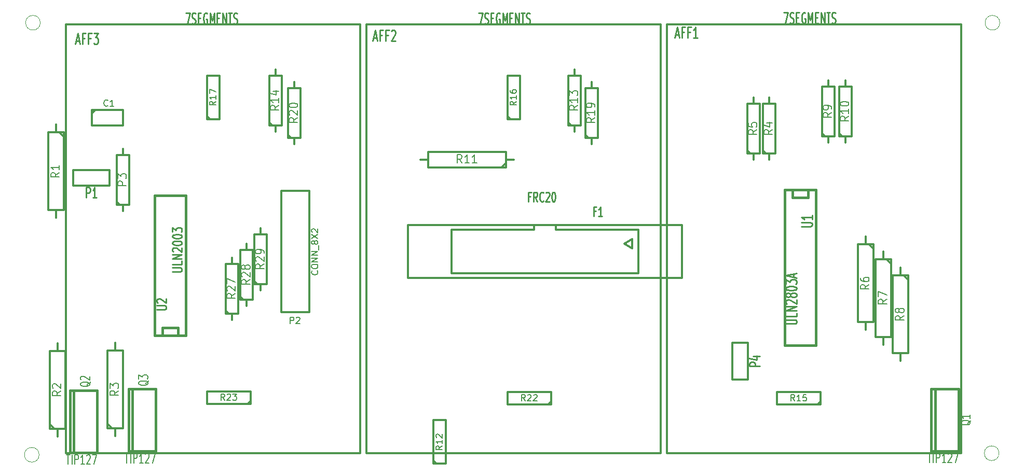
<source format=gto>
G04 (created by PCBNEW (2013-07-07 BZR 4022)-stable) date 09-Jan-14 2:58:25 PM*
%MOIN*%
G04 Gerber Fmt 3.4, Leading zero omitted, Abs format*
%FSLAX34Y34*%
G01*
G70*
G90*
G04 APERTURE LIST*
%ADD10C,0.00590551*%
%ADD11C,0.012*%
%ADD12C,0.015*%
%ADD13C,0.000393701*%
%ADD14C,0.01125*%
%ADD15C,0.01*%
%ADD16C,0.008*%
%ADD17C,0.0107*%
G04 APERTURE END LIST*
G54D10*
G54D11*
X58444Y-40420D02*
X58444Y-67979D01*
X77342Y-40420D02*
X77342Y-67979D01*
X58444Y-40420D02*
X77342Y-40420D01*
X77342Y-67979D02*
X58444Y-67979D01*
X74064Y-58921D02*
X72264Y-58921D01*
X72264Y-58921D02*
X72264Y-51121D01*
X72264Y-51121D02*
X74064Y-51121D01*
X74064Y-51121D02*
X74064Y-58921D01*
X60120Y-45900D02*
X62100Y-45900D01*
X62100Y-45900D02*
X62100Y-46900D01*
X62100Y-46900D02*
X60100Y-46900D01*
X60100Y-46900D02*
X60100Y-45900D01*
X60100Y-46150D02*
X60350Y-45900D01*
X97047Y-40420D02*
X97047Y-67979D01*
X115944Y-40420D02*
X115944Y-67979D01*
X97047Y-40420D02*
X115944Y-40420D01*
X115944Y-67979D02*
X97047Y-67979D01*
X77736Y-40420D02*
X77736Y-67979D01*
X96633Y-40420D02*
X96633Y-67979D01*
X77736Y-40420D02*
X96633Y-40420D01*
X96633Y-67979D02*
X77736Y-67979D01*
X111450Y-55500D02*
X111450Y-60500D01*
X111450Y-60500D02*
X110450Y-60500D01*
X110450Y-60500D02*
X110450Y-55500D01*
X110950Y-60500D02*
X110950Y-61000D01*
X110950Y-55000D02*
X110950Y-55500D01*
X111150Y-55500D02*
X111450Y-55800D01*
X111450Y-55500D02*
X110450Y-55500D01*
X110300Y-54550D02*
X110300Y-59550D01*
X110300Y-59550D02*
X109300Y-59550D01*
X109300Y-59550D02*
X109300Y-54550D01*
X109800Y-59550D02*
X109800Y-60050D01*
X109800Y-54050D02*
X109800Y-54550D01*
X110000Y-54550D02*
X110300Y-54850D01*
X110300Y-54550D02*
X109300Y-54550D01*
X112550Y-56550D02*
X112550Y-61550D01*
X112550Y-61550D02*
X111550Y-61550D01*
X111550Y-61550D02*
X111550Y-56550D01*
X112050Y-61550D02*
X112050Y-62050D01*
X112050Y-56050D02*
X112050Y-56550D01*
X112250Y-56550D02*
X112550Y-56850D01*
X112550Y-56550D02*
X111550Y-56550D01*
X61100Y-66375D02*
X61100Y-61375D01*
X61100Y-61375D02*
X62100Y-61375D01*
X62100Y-61375D02*
X62100Y-66375D01*
X61600Y-61375D02*
X61600Y-60875D01*
X61600Y-66875D02*
X61600Y-66375D01*
X61400Y-66375D02*
X61100Y-66075D01*
X61100Y-66375D02*
X62100Y-66375D01*
X57400Y-66400D02*
X57400Y-61400D01*
X57400Y-61400D02*
X58400Y-61400D01*
X58400Y-61400D02*
X58400Y-66400D01*
X57900Y-61400D02*
X57900Y-60900D01*
X57900Y-66900D02*
X57900Y-66400D01*
X57700Y-66400D02*
X57400Y-66100D01*
X57400Y-66400D02*
X58400Y-66400D01*
X58300Y-47350D02*
X58300Y-52350D01*
X58300Y-52350D02*
X57300Y-52350D01*
X57300Y-52350D02*
X57300Y-47350D01*
X57800Y-52350D02*
X57800Y-52850D01*
X57800Y-46850D02*
X57800Y-47350D01*
X58000Y-47350D02*
X58300Y-47650D01*
X58300Y-47350D02*
X57300Y-47350D01*
X86700Y-49600D02*
X81700Y-49600D01*
X81700Y-49600D02*
X81700Y-48600D01*
X81700Y-48600D02*
X86700Y-48600D01*
X81700Y-49100D02*
X81200Y-49100D01*
X87200Y-49100D02*
X86700Y-49100D01*
X86700Y-49300D02*
X86400Y-49600D01*
X86700Y-49600D02*
X86700Y-48600D01*
X62100Y-52400D02*
X62100Y-52000D01*
X62100Y-52000D02*
X61700Y-52000D01*
X61700Y-52000D02*
X61700Y-48800D01*
X61700Y-48800D02*
X62500Y-48800D01*
X62500Y-48800D02*
X62500Y-52000D01*
X62500Y-52000D02*
X62100Y-52000D01*
X61900Y-52000D02*
X61700Y-51800D01*
X62100Y-48400D02*
X62100Y-48800D01*
X69100Y-59400D02*
X69100Y-59000D01*
X69100Y-59000D02*
X68700Y-59000D01*
X68700Y-59000D02*
X68700Y-55800D01*
X68700Y-55800D02*
X69500Y-55800D01*
X69500Y-55800D02*
X69500Y-59000D01*
X69500Y-59000D02*
X69100Y-59000D01*
X68900Y-59000D02*
X68700Y-58800D01*
X69100Y-55400D02*
X69100Y-55800D01*
X70050Y-58500D02*
X70050Y-58100D01*
X70050Y-58100D02*
X69650Y-58100D01*
X69650Y-58100D02*
X69650Y-54900D01*
X69650Y-54900D02*
X70450Y-54900D01*
X70450Y-54900D02*
X70450Y-58100D01*
X70450Y-58100D02*
X70050Y-58100D01*
X69850Y-58100D02*
X69650Y-57900D01*
X70050Y-54500D02*
X70050Y-54900D01*
X70950Y-57500D02*
X70950Y-57100D01*
X70950Y-57100D02*
X70550Y-57100D01*
X70550Y-57100D02*
X70550Y-53900D01*
X70550Y-53900D02*
X71350Y-53900D01*
X71350Y-53900D02*
X71350Y-57100D01*
X71350Y-57100D02*
X70950Y-57100D01*
X70750Y-57100D02*
X70550Y-56900D01*
X70950Y-53500D02*
X70950Y-53900D01*
X70300Y-64800D02*
X67500Y-64800D01*
X67500Y-64800D02*
X67500Y-64000D01*
X67500Y-64000D02*
X70300Y-64000D01*
X70300Y-64000D02*
X70300Y-64800D01*
X70300Y-64600D02*
X70100Y-64800D01*
X101250Y-60868D02*
X102250Y-60868D01*
X102250Y-60868D02*
X102250Y-63231D01*
X102250Y-63231D02*
X101250Y-63231D01*
X101250Y-63231D02*
X101250Y-60868D01*
X61256Y-49775D02*
X61256Y-50775D01*
X61256Y-50775D02*
X58893Y-50775D01*
X58893Y-50775D02*
X58893Y-49775D01*
X58893Y-49775D02*
X61256Y-49775D01*
X89900Y-53300D02*
X89900Y-53600D01*
X89900Y-53600D02*
X95200Y-53600D01*
X95200Y-53600D02*
X95200Y-56400D01*
X95200Y-56400D02*
X83200Y-56400D01*
X83200Y-56400D02*
X83200Y-53600D01*
X83200Y-53600D02*
X88500Y-53600D01*
X88500Y-53600D02*
X88500Y-53300D01*
X94300Y-54500D02*
X94800Y-54800D01*
X94800Y-54800D02*
X94800Y-54200D01*
X94800Y-54200D02*
X94300Y-54500D01*
X98000Y-56700D02*
X98000Y-53300D01*
X98000Y-53300D02*
X80400Y-53300D01*
X80400Y-53300D02*
X80400Y-56700D01*
X80400Y-56700D02*
X98000Y-56700D01*
X107400Y-48000D02*
X107400Y-47600D01*
X107400Y-47600D02*
X107000Y-47600D01*
X107000Y-47600D02*
X107000Y-44400D01*
X107000Y-44400D02*
X107800Y-44400D01*
X107800Y-44400D02*
X107800Y-47600D01*
X107800Y-47600D02*
X107400Y-47600D01*
X107200Y-47600D02*
X107000Y-47400D01*
X107400Y-44000D02*
X107400Y-44400D01*
X103600Y-49100D02*
X103600Y-48700D01*
X103600Y-48700D02*
X103200Y-48700D01*
X103200Y-48700D02*
X103200Y-45500D01*
X103200Y-45500D02*
X104000Y-45500D01*
X104000Y-45500D02*
X104000Y-48700D01*
X104000Y-48700D02*
X103600Y-48700D01*
X103400Y-48700D02*
X103200Y-48500D01*
X103600Y-45100D02*
X103600Y-45500D01*
X102600Y-49100D02*
X102600Y-48700D01*
X102600Y-48700D02*
X102200Y-48700D01*
X102200Y-48700D02*
X102200Y-45500D01*
X102200Y-45500D02*
X103000Y-45500D01*
X103000Y-45500D02*
X103000Y-48700D01*
X103000Y-48700D02*
X102600Y-48700D01*
X102400Y-48700D02*
X102200Y-48500D01*
X102600Y-45100D02*
X102600Y-45500D01*
X108500Y-48000D02*
X108500Y-47600D01*
X108500Y-47600D02*
X108100Y-47600D01*
X108100Y-47600D02*
X108100Y-44400D01*
X108100Y-44400D02*
X108900Y-44400D01*
X108900Y-44400D02*
X108900Y-47600D01*
X108900Y-47600D02*
X108500Y-47600D01*
X108300Y-47600D02*
X108100Y-47400D01*
X108500Y-44000D02*
X108500Y-44400D01*
X91100Y-47300D02*
X91100Y-46900D01*
X91100Y-46900D02*
X90700Y-46900D01*
X90700Y-46900D02*
X90700Y-43700D01*
X90700Y-43700D02*
X91500Y-43700D01*
X91500Y-43700D02*
X91500Y-46900D01*
X91500Y-46900D02*
X91100Y-46900D01*
X90900Y-46900D02*
X90700Y-46700D01*
X91100Y-43300D02*
X91100Y-43700D01*
X71900Y-47300D02*
X71900Y-46900D01*
X71900Y-46900D02*
X71500Y-46900D01*
X71500Y-46900D02*
X71500Y-43700D01*
X71500Y-43700D02*
X72300Y-43700D01*
X72300Y-43700D02*
X72300Y-46900D01*
X72300Y-46900D02*
X71900Y-46900D01*
X71700Y-46900D02*
X71500Y-46700D01*
X71900Y-43300D02*
X71900Y-43700D01*
X86800Y-46500D02*
X86800Y-43700D01*
X86800Y-43700D02*
X87600Y-43700D01*
X87600Y-43700D02*
X87600Y-46500D01*
X87600Y-46500D02*
X86800Y-46500D01*
X87000Y-46500D02*
X86800Y-46300D01*
X67500Y-46500D02*
X67500Y-43700D01*
X67500Y-43700D02*
X68300Y-43700D01*
X68300Y-43700D02*
X68300Y-46500D01*
X68300Y-46500D02*
X67500Y-46500D01*
X67700Y-46500D02*
X67500Y-46300D01*
X92200Y-48100D02*
X92200Y-47700D01*
X92200Y-47700D02*
X91800Y-47700D01*
X91800Y-47700D02*
X91800Y-44500D01*
X91800Y-44500D02*
X92600Y-44500D01*
X92600Y-44500D02*
X92600Y-47700D01*
X92600Y-47700D02*
X92200Y-47700D01*
X92000Y-47700D02*
X91800Y-47500D01*
X92200Y-44100D02*
X92200Y-44500D01*
X73100Y-48100D02*
X73100Y-47700D01*
X73100Y-47700D02*
X72700Y-47700D01*
X72700Y-47700D02*
X72700Y-44500D01*
X72700Y-44500D02*
X73500Y-44500D01*
X73500Y-44500D02*
X73500Y-47700D01*
X73500Y-47700D02*
X73100Y-47700D01*
X72900Y-47700D02*
X72700Y-47500D01*
X73100Y-44100D02*
X73100Y-44500D01*
G54D12*
X106100Y-51050D02*
X106100Y-51550D01*
X106100Y-51550D02*
X105100Y-51550D01*
X105100Y-51550D02*
X105100Y-51050D01*
X106600Y-51050D02*
X106600Y-61050D01*
X106600Y-61050D02*
X104600Y-61050D01*
X104600Y-61050D02*
X104600Y-51050D01*
X104600Y-51050D02*
X106600Y-51050D01*
X64650Y-60400D02*
X64650Y-60400D01*
X64650Y-60400D02*
X64650Y-59900D01*
X64650Y-59900D02*
X65650Y-59900D01*
X65650Y-59900D02*
X65650Y-60400D01*
X64150Y-60400D02*
X64150Y-51400D01*
X64150Y-51400D02*
X66150Y-51400D01*
X66150Y-51400D02*
X66150Y-60400D01*
X66150Y-60400D02*
X64150Y-60400D01*
X114275Y-67825D02*
X114025Y-67825D01*
X114025Y-67825D02*
X114025Y-63825D01*
X114025Y-63825D02*
X114275Y-63825D01*
X115775Y-67825D02*
X114275Y-67825D01*
X114275Y-67825D02*
X114275Y-63825D01*
X114275Y-63825D02*
X115775Y-63825D01*
X115775Y-63825D02*
X115775Y-67825D01*
X58950Y-67925D02*
X58700Y-67925D01*
X58700Y-67925D02*
X58700Y-63925D01*
X58700Y-63925D02*
X58950Y-63925D01*
X60450Y-67925D02*
X58950Y-67925D01*
X58950Y-67925D02*
X58950Y-63925D01*
X58950Y-63925D02*
X60450Y-63925D01*
X60450Y-63925D02*
X60450Y-67925D01*
X62725Y-67850D02*
X62475Y-67850D01*
X62475Y-67850D02*
X62475Y-63850D01*
X62475Y-63850D02*
X62725Y-63850D01*
X64225Y-67850D02*
X62725Y-67850D01*
X62725Y-67850D02*
X62725Y-63850D01*
X62725Y-63850D02*
X64225Y-63850D01*
X64225Y-63850D02*
X64225Y-67850D01*
G54D11*
X82050Y-68650D02*
X82050Y-65850D01*
X82050Y-65850D02*
X82850Y-65850D01*
X82850Y-65850D02*
X82850Y-68650D01*
X82850Y-68650D02*
X82050Y-68650D01*
X82250Y-68650D02*
X82050Y-68450D01*
X89600Y-64850D02*
X86800Y-64850D01*
X86800Y-64850D02*
X86800Y-64050D01*
X86800Y-64050D02*
X89600Y-64050D01*
X89600Y-64050D02*
X89600Y-64850D01*
X89600Y-64650D02*
X89400Y-64850D01*
X106900Y-64850D02*
X104100Y-64850D01*
X104100Y-64850D02*
X104100Y-64050D01*
X104100Y-64050D02*
X106900Y-64050D01*
X106900Y-64050D02*
X106900Y-64850D01*
X106900Y-64650D02*
X106700Y-64850D01*
G54D13*
X118422Y-40300D02*
G75*
G03X118422Y-40300I-472J0D01*
G74*
G01*
X118372Y-67975D02*
G75*
G03X118372Y-67975I-472J0D01*
G74*
G01*
X56722Y-68075D02*
G75*
G03X56722Y-68075I-472J0D01*
G74*
G01*
X56797Y-40300D02*
G75*
G03X56797Y-40300I-472J0D01*
G74*
G01*
G54D14*
X59092Y-41483D02*
X59307Y-41483D01*
X59050Y-41683D02*
X59200Y-40983D01*
X59350Y-41683D01*
X59650Y-41316D02*
X59500Y-41316D01*
X59500Y-41683D02*
X59500Y-40983D01*
X59714Y-40983D01*
X60035Y-41316D02*
X59885Y-41316D01*
X59885Y-41683D02*
X59885Y-40983D01*
X60100Y-40983D01*
X60228Y-40983D02*
X60507Y-40983D01*
X60357Y-41250D01*
X60421Y-41250D01*
X60464Y-41283D01*
X60485Y-41316D01*
X60507Y-41383D01*
X60507Y-41550D01*
X60485Y-41616D01*
X60464Y-41650D01*
X60421Y-41683D01*
X60292Y-41683D01*
X60250Y-41650D01*
X60228Y-41616D01*
G54D15*
X66133Y-39683D02*
X66400Y-39683D01*
X66228Y-40383D01*
X66533Y-40350D02*
X66590Y-40383D01*
X66685Y-40383D01*
X66723Y-40350D01*
X66742Y-40316D01*
X66761Y-40250D01*
X66761Y-40183D01*
X66742Y-40116D01*
X66723Y-40083D01*
X66685Y-40050D01*
X66609Y-40016D01*
X66571Y-39983D01*
X66552Y-39950D01*
X66533Y-39883D01*
X66533Y-39816D01*
X66552Y-39750D01*
X66571Y-39716D01*
X66609Y-39683D01*
X66704Y-39683D01*
X66761Y-39716D01*
X66933Y-40016D02*
X67066Y-40016D01*
X67123Y-40383D02*
X66933Y-40383D01*
X66933Y-39683D01*
X67123Y-39683D01*
X67504Y-39716D02*
X67466Y-39683D01*
X67409Y-39683D01*
X67352Y-39716D01*
X67314Y-39783D01*
X67295Y-39850D01*
X67276Y-39983D01*
X67276Y-40083D01*
X67295Y-40216D01*
X67314Y-40283D01*
X67352Y-40350D01*
X67409Y-40383D01*
X67447Y-40383D01*
X67504Y-40350D01*
X67523Y-40316D01*
X67523Y-40083D01*
X67447Y-40083D01*
X67695Y-40383D02*
X67695Y-39683D01*
X67828Y-40183D01*
X67961Y-39683D01*
X67961Y-40383D01*
X68152Y-40016D02*
X68285Y-40016D01*
X68342Y-40383D02*
X68152Y-40383D01*
X68152Y-39683D01*
X68342Y-39683D01*
X68514Y-40383D02*
X68514Y-39683D01*
X68742Y-40383D01*
X68742Y-39683D01*
X68876Y-39683D02*
X69104Y-39683D01*
X68990Y-40383D02*
X68990Y-39683D01*
X69219Y-40350D02*
X69276Y-40383D01*
X69371Y-40383D01*
X69409Y-40350D01*
X69428Y-40316D01*
X69447Y-40250D01*
X69447Y-40183D01*
X69428Y-40116D01*
X69409Y-40083D01*
X69371Y-40050D01*
X69295Y-40016D01*
X69257Y-39983D01*
X69238Y-39950D01*
X69219Y-39883D01*
X69219Y-39816D01*
X69238Y-39750D01*
X69257Y-39716D01*
X69295Y-39683D01*
X69390Y-39683D01*
X69447Y-39716D01*
G54D16*
X72855Y-59634D02*
X72855Y-59234D01*
X73007Y-59234D01*
X73045Y-59253D01*
X73064Y-59272D01*
X73083Y-59310D01*
X73083Y-59367D01*
X73064Y-59405D01*
X73045Y-59424D01*
X73007Y-59443D01*
X72855Y-59443D01*
X73236Y-59272D02*
X73255Y-59253D01*
X73293Y-59234D01*
X73388Y-59234D01*
X73426Y-59253D01*
X73445Y-59272D01*
X73464Y-59310D01*
X73464Y-59348D01*
X73445Y-59405D01*
X73217Y-59634D01*
X73464Y-59634D01*
X74587Y-56250D02*
X74607Y-56269D01*
X74626Y-56326D01*
X74626Y-56364D01*
X74607Y-56421D01*
X74568Y-56459D01*
X74530Y-56478D01*
X74454Y-56497D01*
X74397Y-56497D01*
X74321Y-56478D01*
X74283Y-56459D01*
X74245Y-56421D01*
X74226Y-56364D01*
X74226Y-56326D01*
X74245Y-56269D01*
X74264Y-56250D01*
X74226Y-56002D02*
X74226Y-55926D01*
X74245Y-55888D01*
X74283Y-55850D01*
X74359Y-55831D01*
X74492Y-55831D01*
X74568Y-55850D01*
X74607Y-55888D01*
X74626Y-55926D01*
X74626Y-56002D01*
X74607Y-56040D01*
X74568Y-56078D01*
X74492Y-56097D01*
X74359Y-56097D01*
X74283Y-56078D01*
X74245Y-56040D01*
X74226Y-56002D01*
X74626Y-55659D02*
X74226Y-55659D01*
X74626Y-55431D01*
X74226Y-55431D01*
X74626Y-55240D02*
X74226Y-55240D01*
X74626Y-55012D01*
X74226Y-55012D01*
X74664Y-54916D02*
X74664Y-54612D01*
X74397Y-54459D02*
X74378Y-54497D01*
X74359Y-54516D01*
X74321Y-54535D01*
X74302Y-54535D01*
X74264Y-54516D01*
X74245Y-54497D01*
X74226Y-54459D01*
X74226Y-54383D01*
X74245Y-54345D01*
X74264Y-54326D01*
X74302Y-54307D01*
X74321Y-54307D01*
X74359Y-54326D01*
X74378Y-54345D01*
X74397Y-54383D01*
X74397Y-54459D01*
X74416Y-54497D01*
X74435Y-54516D01*
X74473Y-54535D01*
X74549Y-54535D01*
X74587Y-54516D01*
X74607Y-54497D01*
X74626Y-54459D01*
X74626Y-54383D01*
X74607Y-54345D01*
X74587Y-54326D01*
X74549Y-54307D01*
X74473Y-54307D01*
X74435Y-54326D01*
X74416Y-54345D01*
X74397Y-54383D01*
X74226Y-54174D02*
X74626Y-53907D01*
X74226Y-53907D02*
X74626Y-54174D01*
X74264Y-53774D02*
X74245Y-53754D01*
X74226Y-53716D01*
X74226Y-53621D01*
X74245Y-53583D01*
X74264Y-53564D01*
X74302Y-53545D01*
X74340Y-53545D01*
X74397Y-53564D01*
X74626Y-53793D01*
X74626Y-53545D01*
X61133Y-45623D02*
X61114Y-45642D01*
X61057Y-45661D01*
X61019Y-45661D01*
X60961Y-45642D01*
X60923Y-45604D01*
X60904Y-45566D01*
X60885Y-45490D01*
X60885Y-45433D01*
X60904Y-45357D01*
X60923Y-45319D01*
X60961Y-45280D01*
X61019Y-45261D01*
X61057Y-45261D01*
X61114Y-45280D01*
X61133Y-45300D01*
X61514Y-45661D02*
X61285Y-45661D01*
X61400Y-45661D02*
X61400Y-45261D01*
X61361Y-45319D01*
X61323Y-45357D01*
X61285Y-45376D01*
G54D14*
X97592Y-41083D02*
X97807Y-41083D01*
X97550Y-41283D02*
X97700Y-40583D01*
X97850Y-41283D01*
X98150Y-40916D02*
X98000Y-40916D01*
X98000Y-41283D02*
X98000Y-40583D01*
X98214Y-40583D01*
X98535Y-40916D02*
X98385Y-40916D01*
X98385Y-41283D02*
X98385Y-40583D01*
X98600Y-40583D01*
X99007Y-41283D02*
X98750Y-41283D01*
X98878Y-41283D02*
X98878Y-40583D01*
X98835Y-40683D01*
X98792Y-40750D01*
X98750Y-40783D01*
G54D15*
X104553Y-39623D02*
X104820Y-39623D01*
X104648Y-40323D01*
X104953Y-40290D02*
X105010Y-40323D01*
X105105Y-40323D01*
X105143Y-40290D01*
X105162Y-40256D01*
X105181Y-40190D01*
X105181Y-40123D01*
X105162Y-40056D01*
X105143Y-40023D01*
X105105Y-39990D01*
X105029Y-39956D01*
X104991Y-39923D01*
X104972Y-39890D01*
X104953Y-39823D01*
X104953Y-39756D01*
X104972Y-39690D01*
X104991Y-39656D01*
X105029Y-39623D01*
X105124Y-39623D01*
X105181Y-39656D01*
X105353Y-39956D02*
X105486Y-39956D01*
X105543Y-40323D02*
X105353Y-40323D01*
X105353Y-39623D01*
X105543Y-39623D01*
X105924Y-39656D02*
X105886Y-39623D01*
X105829Y-39623D01*
X105772Y-39656D01*
X105734Y-39723D01*
X105715Y-39790D01*
X105696Y-39923D01*
X105696Y-40023D01*
X105715Y-40156D01*
X105734Y-40223D01*
X105772Y-40290D01*
X105829Y-40323D01*
X105867Y-40323D01*
X105924Y-40290D01*
X105943Y-40256D01*
X105943Y-40023D01*
X105867Y-40023D01*
X106115Y-40323D02*
X106115Y-39623D01*
X106248Y-40123D01*
X106381Y-39623D01*
X106381Y-40323D01*
X106572Y-39956D02*
X106705Y-39956D01*
X106762Y-40323D02*
X106572Y-40323D01*
X106572Y-39623D01*
X106762Y-39623D01*
X106934Y-40323D02*
X106934Y-39623D01*
X107162Y-40323D01*
X107162Y-39623D01*
X107296Y-39623D02*
X107524Y-39623D01*
X107410Y-40323D02*
X107410Y-39623D01*
X107639Y-40290D02*
X107696Y-40323D01*
X107791Y-40323D01*
X107829Y-40290D01*
X107848Y-40256D01*
X107867Y-40190D01*
X107867Y-40123D01*
X107848Y-40056D01*
X107829Y-40023D01*
X107791Y-39990D01*
X107715Y-39956D01*
X107677Y-39923D01*
X107658Y-39890D01*
X107639Y-39823D01*
X107639Y-39756D01*
X107658Y-39690D01*
X107677Y-39656D01*
X107715Y-39623D01*
X107810Y-39623D01*
X107867Y-39656D01*
G54D14*
X78192Y-41283D02*
X78407Y-41283D01*
X78150Y-41483D02*
X78300Y-40783D01*
X78450Y-41483D01*
X78750Y-41116D02*
X78600Y-41116D01*
X78600Y-41483D02*
X78600Y-40783D01*
X78814Y-40783D01*
X79135Y-41116D02*
X78985Y-41116D01*
X78985Y-41483D02*
X78985Y-40783D01*
X79200Y-40783D01*
X79350Y-40850D02*
X79371Y-40816D01*
X79414Y-40783D01*
X79521Y-40783D01*
X79564Y-40816D01*
X79585Y-40850D01*
X79607Y-40916D01*
X79607Y-40983D01*
X79585Y-41083D01*
X79328Y-41483D01*
X79607Y-41483D01*
G54D15*
X84933Y-39683D02*
X85200Y-39683D01*
X85028Y-40383D01*
X85333Y-40350D02*
X85390Y-40383D01*
X85485Y-40383D01*
X85523Y-40350D01*
X85542Y-40316D01*
X85561Y-40250D01*
X85561Y-40183D01*
X85542Y-40116D01*
X85523Y-40083D01*
X85485Y-40050D01*
X85409Y-40016D01*
X85371Y-39983D01*
X85352Y-39950D01*
X85333Y-39883D01*
X85333Y-39816D01*
X85352Y-39750D01*
X85371Y-39716D01*
X85409Y-39683D01*
X85504Y-39683D01*
X85561Y-39716D01*
X85733Y-40016D02*
X85866Y-40016D01*
X85923Y-40383D02*
X85733Y-40383D01*
X85733Y-39683D01*
X85923Y-39683D01*
X86304Y-39716D02*
X86266Y-39683D01*
X86209Y-39683D01*
X86152Y-39716D01*
X86114Y-39783D01*
X86095Y-39850D01*
X86076Y-39983D01*
X86076Y-40083D01*
X86095Y-40216D01*
X86114Y-40283D01*
X86152Y-40350D01*
X86209Y-40383D01*
X86247Y-40383D01*
X86304Y-40350D01*
X86323Y-40316D01*
X86323Y-40083D01*
X86247Y-40083D01*
X86495Y-40383D02*
X86495Y-39683D01*
X86628Y-40183D01*
X86761Y-39683D01*
X86761Y-40383D01*
X86952Y-40016D02*
X87085Y-40016D01*
X87142Y-40383D02*
X86952Y-40383D01*
X86952Y-39683D01*
X87142Y-39683D01*
X87314Y-40383D02*
X87314Y-39683D01*
X87542Y-40383D01*
X87542Y-39683D01*
X87676Y-39683D02*
X87904Y-39683D01*
X87790Y-40383D02*
X87790Y-39683D01*
X88019Y-40350D02*
X88076Y-40383D01*
X88171Y-40383D01*
X88209Y-40350D01*
X88228Y-40316D01*
X88247Y-40250D01*
X88247Y-40183D01*
X88228Y-40116D01*
X88209Y-40083D01*
X88171Y-40050D01*
X88095Y-40016D01*
X88057Y-39983D01*
X88038Y-39950D01*
X88019Y-39883D01*
X88019Y-39816D01*
X88038Y-39750D01*
X88057Y-39716D01*
X88095Y-39683D01*
X88190Y-39683D01*
X88247Y-39716D01*
G54D16*
X111172Y-58083D02*
X110910Y-58250D01*
X111172Y-58369D02*
X110622Y-58369D01*
X110622Y-58178D01*
X110648Y-58130D01*
X110675Y-58107D01*
X110727Y-58083D01*
X110805Y-58083D01*
X110858Y-58107D01*
X110884Y-58130D01*
X110910Y-58178D01*
X110910Y-58369D01*
X110622Y-57916D02*
X110622Y-57583D01*
X111172Y-57797D01*
X110022Y-57133D02*
X109760Y-57300D01*
X110022Y-57419D02*
X109472Y-57419D01*
X109472Y-57228D01*
X109498Y-57180D01*
X109525Y-57157D01*
X109577Y-57133D01*
X109655Y-57133D01*
X109708Y-57157D01*
X109734Y-57180D01*
X109760Y-57228D01*
X109760Y-57419D01*
X109472Y-56704D02*
X109472Y-56800D01*
X109498Y-56847D01*
X109525Y-56871D01*
X109603Y-56919D01*
X109708Y-56942D01*
X109917Y-56942D01*
X109970Y-56919D01*
X109996Y-56895D01*
X110022Y-56847D01*
X110022Y-56752D01*
X109996Y-56704D01*
X109970Y-56680D01*
X109917Y-56657D01*
X109786Y-56657D01*
X109734Y-56680D01*
X109708Y-56704D01*
X109682Y-56752D01*
X109682Y-56847D01*
X109708Y-56895D01*
X109734Y-56919D01*
X109786Y-56942D01*
X112272Y-59133D02*
X112010Y-59300D01*
X112272Y-59419D02*
X111722Y-59419D01*
X111722Y-59228D01*
X111748Y-59180D01*
X111775Y-59157D01*
X111827Y-59133D01*
X111905Y-59133D01*
X111958Y-59157D01*
X111984Y-59180D01*
X112010Y-59228D01*
X112010Y-59419D01*
X111958Y-58847D02*
X111932Y-58895D01*
X111905Y-58919D01*
X111853Y-58942D01*
X111827Y-58942D01*
X111775Y-58919D01*
X111748Y-58895D01*
X111722Y-58847D01*
X111722Y-58752D01*
X111748Y-58704D01*
X111775Y-58680D01*
X111827Y-58657D01*
X111853Y-58657D01*
X111905Y-58680D01*
X111932Y-58704D01*
X111958Y-58752D01*
X111958Y-58847D01*
X111984Y-58895D01*
X112010Y-58919D01*
X112063Y-58942D01*
X112167Y-58942D01*
X112220Y-58919D01*
X112246Y-58895D01*
X112272Y-58847D01*
X112272Y-58752D01*
X112246Y-58704D01*
X112220Y-58680D01*
X112167Y-58657D01*
X112063Y-58657D01*
X112010Y-58680D01*
X111984Y-58704D01*
X111958Y-58752D01*
X61822Y-63958D02*
X61560Y-64125D01*
X61822Y-64244D02*
X61272Y-64244D01*
X61272Y-64053D01*
X61298Y-64005D01*
X61325Y-63982D01*
X61377Y-63958D01*
X61455Y-63958D01*
X61508Y-63982D01*
X61534Y-64005D01*
X61560Y-64053D01*
X61560Y-64244D01*
X61272Y-63791D02*
X61272Y-63482D01*
X61482Y-63648D01*
X61482Y-63577D01*
X61508Y-63529D01*
X61534Y-63505D01*
X61586Y-63482D01*
X61717Y-63482D01*
X61770Y-63505D01*
X61796Y-63529D01*
X61822Y-63577D01*
X61822Y-63720D01*
X61796Y-63767D01*
X61770Y-63791D01*
X58122Y-63983D02*
X57860Y-64150D01*
X58122Y-64269D02*
X57572Y-64269D01*
X57572Y-64078D01*
X57598Y-64030D01*
X57625Y-64007D01*
X57677Y-63983D01*
X57755Y-63983D01*
X57808Y-64007D01*
X57834Y-64030D01*
X57860Y-64078D01*
X57860Y-64269D01*
X57625Y-63792D02*
X57598Y-63769D01*
X57572Y-63721D01*
X57572Y-63602D01*
X57598Y-63554D01*
X57625Y-63530D01*
X57677Y-63507D01*
X57729Y-63507D01*
X57808Y-63530D01*
X58122Y-63816D01*
X58122Y-63507D01*
X58022Y-49933D02*
X57760Y-50100D01*
X58022Y-50219D02*
X57472Y-50219D01*
X57472Y-50028D01*
X57498Y-49980D01*
X57525Y-49957D01*
X57577Y-49933D01*
X57655Y-49933D01*
X57708Y-49957D01*
X57734Y-49980D01*
X57760Y-50028D01*
X57760Y-50219D01*
X58022Y-49457D02*
X58022Y-49742D01*
X58022Y-49600D02*
X57472Y-49600D01*
X57551Y-49647D01*
X57603Y-49695D01*
X57629Y-49742D01*
X83878Y-49322D02*
X83711Y-49060D01*
X83592Y-49322D02*
X83592Y-48772D01*
X83783Y-48772D01*
X83830Y-48798D01*
X83854Y-48825D01*
X83878Y-48877D01*
X83878Y-48955D01*
X83854Y-49008D01*
X83830Y-49034D01*
X83783Y-49060D01*
X83592Y-49060D01*
X84354Y-49322D02*
X84069Y-49322D01*
X84211Y-49322D02*
X84211Y-48772D01*
X84164Y-48851D01*
X84116Y-48903D01*
X84069Y-48929D01*
X84830Y-49322D02*
X84545Y-49322D01*
X84688Y-49322D02*
X84688Y-48772D01*
X84640Y-48851D01*
X84592Y-48903D01*
X84545Y-48929D01*
X62322Y-50769D02*
X61772Y-50769D01*
X61772Y-50578D01*
X61798Y-50530D01*
X61825Y-50507D01*
X61877Y-50483D01*
X61955Y-50483D01*
X62008Y-50507D01*
X62034Y-50530D01*
X62060Y-50578D01*
X62060Y-50769D01*
X61772Y-50316D02*
X61772Y-50007D01*
X61982Y-50173D01*
X61982Y-50102D01*
X62008Y-50054D01*
X62034Y-50030D01*
X62086Y-50007D01*
X62217Y-50007D01*
X62270Y-50030D01*
X62296Y-50054D01*
X62322Y-50102D01*
X62322Y-50245D01*
X62296Y-50292D01*
X62270Y-50316D01*
X69322Y-57721D02*
X69060Y-57888D01*
X69322Y-58007D02*
X68772Y-58007D01*
X68772Y-57816D01*
X68798Y-57769D01*
X68825Y-57745D01*
X68877Y-57721D01*
X68955Y-57721D01*
X69008Y-57745D01*
X69034Y-57769D01*
X69060Y-57816D01*
X69060Y-58007D01*
X68825Y-57530D02*
X68798Y-57507D01*
X68772Y-57459D01*
X68772Y-57340D01*
X68798Y-57292D01*
X68825Y-57269D01*
X68877Y-57245D01*
X68929Y-57245D01*
X69008Y-57269D01*
X69322Y-57554D01*
X69322Y-57245D01*
X68772Y-57078D02*
X68772Y-56745D01*
X69322Y-56959D01*
X70272Y-56821D02*
X70010Y-56988D01*
X70272Y-57107D02*
X69722Y-57107D01*
X69722Y-56916D01*
X69748Y-56869D01*
X69775Y-56845D01*
X69827Y-56821D01*
X69905Y-56821D01*
X69958Y-56845D01*
X69984Y-56869D01*
X70010Y-56916D01*
X70010Y-57107D01*
X69775Y-56630D02*
X69748Y-56607D01*
X69722Y-56559D01*
X69722Y-56440D01*
X69748Y-56392D01*
X69775Y-56369D01*
X69827Y-56345D01*
X69879Y-56345D01*
X69958Y-56369D01*
X70272Y-56654D01*
X70272Y-56345D01*
X69958Y-56059D02*
X69932Y-56107D01*
X69905Y-56130D01*
X69853Y-56154D01*
X69827Y-56154D01*
X69775Y-56130D01*
X69748Y-56107D01*
X69722Y-56059D01*
X69722Y-55964D01*
X69748Y-55916D01*
X69775Y-55892D01*
X69827Y-55869D01*
X69853Y-55869D01*
X69905Y-55892D01*
X69932Y-55916D01*
X69958Y-55964D01*
X69958Y-56059D01*
X69984Y-56107D01*
X70010Y-56130D01*
X70063Y-56154D01*
X70167Y-56154D01*
X70220Y-56130D01*
X70246Y-56107D01*
X70272Y-56059D01*
X70272Y-55964D01*
X70246Y-55916D01*
X70220Y-55892D01*
X70167Y-55869D01*
X70063Y-55869D01*
X70010Y-55892D01*
X69984Y-55916D01*
X69958Y-55964D01*
X71172Y-55821D02*
X70910Y-55988D01*
X71172Y-56107D02*
X70622Y-56107D01*
X70622Y-55916D01*
X70648Y-55869D01*
X70675Y-55845D01*
X70727Y-55821D01*
X70805Y-55821D01*
X70858Y-55845D01*
X70884Y-55869D01*
X70910Y-55916D01*
X70910Y-56107D01*
X70675Y-55630D02*
X70648Y-55607D01*
X70622Y-55559D01*
X70622Y-55440D01*
X70648Y-55392D01*
X70675Y-55369D01*
X70727Y-55345D01*
X70779Y-55345D01*
X70858Y-55369D01*
X71172Y-55654D01*
X71172Y-55345D01*
X71172Y-55107D02*
X71172Y-55011D01*
X71146Y-54964D01*
X71120Y-54940D01*
X71041Y-54892D01*
X70936Y-54869D01*
X70727Y-54869D01*
X70675Y-54892D01*
X70648Y-54916D01*
X70622Y-54964D01*
X70622Y-55059D01*
X70648Y-55107D01*
X70675Y-55130D01*
X70727Y-55154D01*
X70858Y-55154D01*
X70910Y-55130D01*
X70936Y-55107D01*
X70963Y-55059D01*
X70963Y-54964D01*
X70936Y-54916D01*
X70910Y-54892D01*
X70858Y-54869D01*
X68642Y-64561D02*
X68509Y-64371D01*
X68414Y-64561D02*
X68414Y-64161D01*
X68566Y-64161D01*
X68604Y-64180D01*
X68623Y-64200D01*
X68642Y-64238D01*
X68642Y-64295D01*
X68623Y-64333D01*
X68604Y-64352D01*
X68566Y-64371D01*
X68414Y-64371D01*
X68795Y-64200D02*
X68814Y-64180D01*
X68852Y-64161D01*
X68947Y-64161D01*
X68985Y-64180D01*
X69004Y-64200D01*
X69023Y-64238D01*
X69023Y-64276D01*
X69004Y-64333D01*
X68776Y-64561D01*
X69023Y-64561D01*
X69157Y-64161D02*
X69404Y-64161D01*
X69271Y-64314D01*
X69328Y-64314D01*
X69366Y-64333D01*
X69385Y-64352D01*
X69404Y-64390D01*
X69404Y-64485D01*
X69385Y-64523D01*
X69366Y-64542D01*
X69328Y-64561D01*
X69214Y-64561D01*
X69176Y-64542D01*
X69157Y-64523D01*
G54D17*
X103025Y-62365D02*
X102344Y-62365D01*
X102344Y-62202D01*
X102377Y-62162D01*
X102409Y-62141D01*
X102474Y-62121D01*
X102571Y-62121D01*
X102636Y-62141D01*
X102668Y-62162D01*
X102701Y-62202D01*
X102701Y-62365D01*
X102571Y-61754D02*
X103025Y-61754D01*
X102312Y-61856D02*
X102798Y-61958D01*
X102798Y-61693D01*
X59759Y-51550D02*
X59759Y-50869D01*
X59922Y-50869D01*
X59962Y-50902D01*
X59983Y-50934D01*
X60003Y-50999D01*
X60003Y-51096D01*
X59983Y-51161D01*
X59962Y-51193D01*
X59922Y-51226D01*
X59759Y-51226D01*
X60411Y-51550D02*
X60166Y-51550D01*
X60289Y-51550D02*
X60289Y-50869D01*
X60248Y-50966D01*
X60207Y-51031D01*
X60166Y-51064D01*
G54D15*
X92468Y-52409D02*
X92334Y-52409D01*
X92334Y-52723D02*
X92334Y-52123D01*
X92525Y-52123D01*
X92887Y-52723D02*
X92658Y-52723D01*
X92773Y-52723D02*
X92773Y-52123D01*
X92734Y-52209D01*
X92696Y-52266D01*
X92658Y-52295D01*
G54D11*
G54D15*
X88276Y-51478D02*
X88142Y-51478D01*
X88142Y-51792D02*
X88142Y-51192D01*
X88333Y-51192D01*
X88714Y-51792D02*
X88580Y-51507D01*
X88485Y-51792D02*
X88485Y-51192D01*
X88638Y-51192D01*
X88676Y-51221D01*
X88695Y-51250D01*
X88714Y-51307D01*
X88714Y-51392D01*
X88695Y-51450D01*
X88676Y-51478D01*
X88638Y-51507D01*
X88485Y-51507D01*
X89114Y-51735D02*
X89095Y-51764D01*
X89038Y-51792D01*
X89000Y-51792D01*
X88942Y-51764D01*
X88904Y-51707D01*
X88885Y-51650D01*
X88866Y-51535D01*
X88866Y-51450D01*
X88885Y-51335D01*
X88904Y-51278D01*
X88942Y-51221D01*
X89000Y-51192D01*
X89038Y-51192D01*
X89095Y-51221D01*
X89114Y-51250D01*
X89266Y-51250D02*
X89285Y-51221D01*
X89323Y-51192D01*
X89419Y-51192D01*
X89457Y-51221D01*
X89476Y-51250D01*
X89495Y-51307D01*
X89495Y-51364D01*
X89476Y-51450D01*
X89247Y-51792D01*
X89495Y-51792D01*
X89742Y-51192D02*
X89780Y-51192D01*
X89819Y-51221D01*
X89838Y-51250D01*
X89857Y-51307D01*
X89876Y-51421D01*
X89876Y-51564D01*
X89857Y-51678D01*
X89838Y-51735D01*
X89819Y-51764D01*
X89780Y-51792D01*
X89742Y-51792D01*
X89704Y-51764D01*
X89685Y-51735D01*
X89666Y-51678D01*
X89647Y-51564D01*
X89647Y-51421D01*
X89666Y-51307D01*
X89685Y-51250D01*
X89704Y-51221D01*
X89742Y-51192D01*
G54D11*
G54D16*
X107622Y-46083D02*
X107360Y-46250D01*
X107622Y-46369D02*
X107072Y-46369D01*
X107072Y-46178D01*
X107098Y-46130D01*
X107125Y-46107D01*
X107177Y-46083D01*
X107255Y-46083D01*
X107308Y-46107D01*
X107334Y-46130D01*
X107360Y-46178D01*
X107360Y-46369D01*
X107622Y-45845D02*
X107622Y-45750D01*
X107596Y-45702D01*
X107570Y-45678D01*
X107491Y-45630D01*
X107386Y-45607D01*
X107177Y-45607D01*
X107125Y-45630D01*
X107098Y-45654D01*
X107072Y-45702D01*
X107072Y-45797D01*
X107098Y-45845D01*
X107125Y-45869D01*
X107177Y-45892D01*
X107308Y-45892D01*
X107360Y-45869D01*
X107386Y-45845D01*
X107413Y-45797D01*
X107413Y-45702D01*
X107386Y-45654D01*
X107360Y-45630D01*
X107308Y-45607D01*
X103822Y-47183D02*
X103560Y-47350D01*
X103822Y-47469D02*
X103272Y-47469D01*
X103272Y-47278D01*
X103298Y-47230D01*
X103325Y-47207D01*
X103377Y-47183D01*
X103455Y-47183D01*
X103508Y-47207D01*
X103534Y-47230D01*
X103560Y-47278D01*
X103560Y-47469D01*
X103455Y-46754D02*
X103822Y-46754D01*
X103246Y-46873D02*
X103639Y-46992D01*
X103639Y-46683D01*
X102822Y-47183D02*
X102560Y-47350D01*
X102822Y-47469D02*
X102272Y-47469D01*
X102272Y-47278D01*
X102298Y-47230D01*
X102325Y-47207D01*
X102377Y-47183D01*
X102455Y-47183D01*
X102508Y-47207D01*
X102534Y-47230D01*
X102560Y-47278D01*
X102560Y-47469D01*
X102272Y-46730D02*
X102272Y-46969D01*
X102534Y-46992D01*
X102508Y-46969D01*
X102482Y-46921D01*
X102482Y-46802D01*
X102508Y-46754D01*
X102534Y-46730D01*
X102586Y-46707D01*
X102717Y-46707D01*
X102770Y-46730D01*
X102796Y-46754D01*
X102822Y-46802D01*
X102822Y-46921D01*
X102796Y-46969D01*
X102770Y-46992D01*
X108722Y-46321D02*
X108460Y-46488D01*
X108722Y-46607D02*
X108172Y-46607D01*
X108172Y-46416D01*
X108198Y-46369D01*
X108225Y-46345D01*
X108277Y-46321D01*
X108355Y-46321D01*
X108408Y-46345D01*
X108434Y-46369D01*
X108460Y-46416D01*
X108460Y-46607D01*
X108722Y-45845D02*
X108722Y-46130D01*
X108722Y-45988D02*
X108172Y-45988D01*
X108251Y-46035D01*
X108303Y-46083D01*
X108329Y-46130D01*
X108172Y-45535D02*
X108172Y-45488D01*
X108198Y-45440D01*
X108225Y-45416D01*
X108277Y-45392D01*
X108382Y-45369D01*
X108513Y-45369D01*
X108617Y-45392D01*
X108670Y-45416D01*
X108696Y-45440D01*
X108722Y-45488D01*
X108722Y-45535D01*
X108696Y-45583D01*
X108670Y-45607D01*
X108617Y-45630D01*
X108513Y-45654D01*
X108382Y-45654D01*
X108277Y-45630D01*
X108225Y-45607D01*
X108198Y-45583D01*
X108172Y-45535D01*
X91322Y-45621D02*
X91060Y-45788D01*
X91322Y-45907D02*
X90772Y-45907D01*
X90772Y-45716D01*
X90798Y-45669D01*
X90825Y-45645D01*
X90877Y-45621D01*
X90955Y-45621D01*
X91008Y-45645D01*
X91034Y-45669D01*
X91060Y-45716D01*
X91060Y-45907D01*
X91322Y-45145D02*
X91322Y-45430D01*
X91322Y-45288D02*
X90772Y-45288D01*
X90851Y-45335D01*
X90903Y-45383D01*
X90929Y-45430D01*
X90772Y-44978D02*
X90772Y-44669D01*
X90982Y-44835D01*
X90982Y-44764D01*
X91008Y-44716D01*
X91034Y-44692D01*
X91086Y-44669D01*
X91217Y-44669D01*
X91270Y-44692D01*
X91296Y-44716D01*
X91322Y-44764D01*
X91322Y-44907D01*
X91296Y-44954D01*
X91270Y-44978D01*
X72122Y-45621D02*
X71860Y-45788D01*
X72122Y-45907D02*
X71572Y-45907D01*
X71572Y-45716D01*
X71598Y-45669D01*
X71625Y-45645D01*
X71677Y-45621D01*
X71755Y-45621D01*
X71808Y-45645D01*
X71834Y-45669D01*
X71860Y-45716D01*
X71860Y-45907D01*
X72122Y-45145D02*
X72122Y-45430D01*
X72122Y-45288D02*
X71572Y-45288D01*
X71651Y-45335D01*
X71703Y-45383D01*
X71729Y-45430D01*
X71755Y-44716D02*
X72122Y-44716D01*
X71546Y-44835D02*
X71939Y-44954D01*
X71939Y-44645D01*
X87361Y-45357D02*
X87171Y-45490D01*
X87361Y-45585D02*
X86961Y-45585D01*
X86961Y-45433D01*
X86980Y-45395D01*
X87000Y-45376D01*
X87038Y-45357D01*
X87095Y-45357D01*
X87133Y-45376D01*
X87152Y-45395D01*
X87171Y-45433D01*
X87171Y-45585D01*
X87361Y-44976D02*
X87361Y-45204D01*
X87361Y-45090D02*
X86961Y-45090D01*
X87019Y-45128D01*
X87057Y-45166D01*
X87076Y-45204D01*
X86961Y-44633D02*
X86961Y-44709D01*
X86980Y-44747D01*
X87000Y-44766D01*
X87057Y-44804D01*
X87133Y-44823D01*
X87285Y-44823D01*
X87323Y-44804D01*
X87342Y-44785D01*
X87361Y-44747D01*
X87361Y-44671D01*
X87342Y-44633D01*
X87323Y-44614D01*
X87285Y-44595D01*
X87190Y-44595D01*
X87152Y-44614D01*
X87133Y-44633D01*
X87114Y-44671D01*
X87114Y-44747D01*
X87133Y-44785D01*
X87152Y-44804D01*
X87190Y-44823D01*
X68061Y-45357D02*
X67871Y-45490D01*
X68061Y-45585D02*
X67661Y-45585D01*
X67661Y-45433D01*
X67680Y-45395D01*
X67700Y-45376D01*
X67738Y-45357D01*
X67795Y-45357D01*
X67833Y-45376D01*
X67852Y-45395D01*
X67871Y-45433D01*
X67871Y-45585D01*
X68061Y-44976D02*
X68061Y-45204D01*
X68061Y-45090D02*
X67661Y-45090D01*
X67719Y-45128D01*
X67757Y-45166D01*
X67776Y-45204D01*
X67661Y-44842D02*
X67661Y-44576D01*
X68061Y-44747D01*
X92422Y-46421D02*
X92160Y-46588D01*
X92422Y-46707D02*
X91872Y-46707D01*
X91872Y-46516D01*
X91898Y-46469D01*
X91925Y-46445D01*
X91977Y-46421D01*
X92055Y-46421D01*
X92108Y-46445D01*
X92134Y-46469D01*
X92160Y-46516D01*
X92160Y-46707D01*
X92422Y-45945D02*
X92422Y-46230D01*
X92422Y-46088D02*
X91872Y-46088D01*
X91951Y-46135D01*
X92003Y-46183D01*
X92029Y-46230D01*
X92422Y-45707D02*
X92422Y-45611D01*
X92396Y-45564D01*
X92370Y-45540D01*
X92291Y-45492D01*
X92186Y-45469D01*
X91977Y-45469D01*
X91925Y-45492D01*
X91898Y-45516D01*
X91872Y-45564D01*
X91872Y-45659D01*
X91898Y-45707D01*
X91925Y-45730D01*
X91977Y-45754D01*
X92108Y-45754D01*
X92160Y-45730D01*
X92186Y-45707D01*
X92213Y-45659D01*
X92213Y-45564D01*
X92186Y-45516D01*
X92160Y-45492D01*
X92108Y-45469D01*
X73322Y-46421D02*
X73060Y-46588D01*
X73322Y-46707D02*
X72772Y-46707D01*
X72772Y-46516D01*
X72798Y-46469D01*
X72825Y-46445D01*
X72877Y-46421D01*
X72955Y-46421D01*
X73008Y-46445D01*
X73034Y-46469D01*
X73060Y-46516D01*
X73060Y-46707D01*
X72825Y-46230D02*
X72798Y-46207D01*
X72772Y-46159D01*
X72772Y-46040D01*
X72798Y-45992D01*
X72825Y-45969D01*
X72877Y-45945D01*
X72929Y-45945D01*
X73008Y-45969D01*
X73322Y-46254D01*
X73322Y-45945D01*
X72772Y-45635D02*
X72772Y-45588D01*
X72798Y-45540D01*
X72825Y-45516D01*
X72877Y-45492D01*
X72982Y-45469D01*
X73113Y-45469D01*
X73217Y-45492D01*
X73270Y-45516D01*
X73296Y-45540D01*
X73322Y-45588D01*
X73322Y-45635D01*
X73296Y-45683D01*
X73270Y-45707D01*
X73217Y-45730D01*
X73113Y-45754D01*
X72982Y-45754D01*
X72877Y-45730D01*
X72825Y-45707D01*
X72798Y-45683D01*
X72772Y-45635D01*
G54D14*
X105683Y-53392D02*
X106250Y-53392D01*
X106316Y-53371D01*
X106350Y-53350D01*
X106383Y-53307D01*
X106383Y-53221D01*
X106350Y-53178D01*
X106316Y-53157D01*
X106250Y-53135D01*
X105683Y-53135D01*
X106383Y-52685D02*
X106383Y-52942D01*
X106383Y-52814D02*
X105683Y-52814D01*
X105783Y-52857D01*
X105850Y-52900D01*
X105883Y-52942D01*
G54D11*
G54D14*
X104683Y-59646D02*
X105250Y-59646D01*
X105316Y-59625D01*
X105350Y-59603D01*
X105383Y-59560D01*
X105383Y-59475D01*
X105350Y-59432D01*
X105316Y-59410D01*
X105250Y-59389D01*
X104683Y-59389D01*
X105383Y-58960D02*
X105383Y-59174D01*
X104683Y-59174D01*
X105383Y-58810D02*
X104683Y-58810D01*
X105383Y-58553D01*
X104683Y-58553D01*
X104750Y-58360D02*
X104716Y-58339D01*
X104683Y-58296D01*
X104683Y-58189D01*
X104716Y-58146D01*
X104750Y-58124D01*
X104816Y-58103D01*
X104883Y-58103D01*
X104983Y-58124D01*
X105383Y-58382D01*
X105383Y-58103D01*
X104983Y-57846D02*
X104950Y-57889D01*
X104916Y-57910D01*
X104850Y-57932D01*
X104816Y-57932D01*
X104750Y-57910D01*
X104716Y-57889D01*
X104683Y-57846D01*
X104683Y-57760D01*
X104716Y-57717D01*
X104750Y-57696D01*
X104816Y-57674D01*
X104850Y-57674D01*
X104916Y-57696D01*
X104950Y-57717D01*
X104983Y-57760D01*
X104983Y-57846D01*
X105016Y-57889D01*
X105050Y-57910D01*
X105116Y-57932D01*
X105250Y-57932D01*
X105316Y-57910D01*
X105350Y-57889D01*
X105383Y-57846D01*
X105383Y-57760D01*
X105350Y-57717D01*
X105316Y-57696D01*
X105250Y-57674D01*
X105116Y-57674D01*
X105050Y-57696D01*
X105016Y-57717D01*
X104983Y-57760D01*
X104683Y-57396D02*
X104683Y-57353D01*
X104716Y-57310D01*
X104750Y-57289D01*
X104816Y-57267D01*
X104950Y-57246D01*
X105116Y-57246D01*
X105250Y-57267D01*
X105316Y-57289D01*
X105350Y-57310D01*
X105383Y-57353D01*
X105383Y-57396D01*
X105350Y-57439D01*
X105316Y-57460D01*
X105250Y-57482D01*
X105116Y-57503D01*
X104950Y-57503D01*
X104816Y-57482D01*
X104750Y-57460D01*
X104716Y-57439D01*
X104683Y-57396D01*
X104683Y-57096D02*
X104683Y-56817D01*
X104950Y-56967D01*
X104950Y-56903D01*
X104983Y-56860D01*
X105016Y-56839D01*
X105083Y-56817D01*
X105250Y-56817D01*
X105316Y-56839D01*
X105350Y-56860D01*
X105383Y-56903D01*
X105383Y-57032D01*
X105350Y-57075D01*
X105316Y-57096D01*
X105183Y-56646D02*
X105183Y-56432D01*
X105383Y-56689D02*
X104683Y-56539D01*
X105383Y-56389D01*
G54D11*
G54D14*
X64292Y-58742D02*
X64778Y-58742D01*
X64835Y-58721D01*
X64864Y-58700D01*
X64892Y-58657D01*
X64892Y-58571D01*
X64864Y-58528D01*
X64835Y-58507D01*
X64778Y-58485D01*
X64292Y-58485D01*
X64350Y-58292D02*
X64321Y-58271D01*
X64292Y-58228D01*
X64292Y-58121D01*
X64321Y-58078D01*
X64350Y-58057D01*
X64407Y-58035D01*
X64464Y-58035D01*
X64550Y-58057D01*
X64892Y-58314D01*
X64892Y-58035D01*
G54D11*
G54D14*
X65292Y-56303D02*
X65778Y-56303D01*
X65835Y-56282D01*
X65864Y-56260D01*
X65892Y-56217D01*
X65892Y-56132D01*
X65864Y-56089D01*
X65835Y-56067D01*
X65778Y-56046D01*
X65292Y-56046D01*
X65892Y-55617D02*
X65892Y-55832D01*
X65292Y-55832D01*
X65892Y-55467D02*
X65292Y-55467D01*
X65892Y-55210D01*
X65292Y-55210D01*
X65350Y-55017D02*
X65321Y-54996D01*
X65292Y-54953D01*
X65292Y-54846D01*
X65321Y-54803D01*
X65350Y-54782D01*
X65407Y-54760D01*
X65464Y-54760D01*
X65550Y-54782D01*
X65892Y-55039D01*
X65892Y-54760D01*
X65292Y-54482D02*
X65292Y-54439D01*
X65321Y-54396D01*
X65350Y-54374D01*
X65407Y-54353D01*
X65521Y-54332D01*
X65664Y-54332D01*
X65778Y-54353D01*
X65835Y-54374D01*
X65864Y-54396D01*
X65892Y-54439D01*
X65892Y-54482D01*
X65864Y-54524D01*
X65835Y-54546D01*
X65778Y-54567D01*
X65664Y-54589D01*
X65521Y-54589D01*
X65407Y-54567D01*
X65350Y-54546D01*
X65321Y-54524D01*
X65292Y-54482D01*
X65292Y-54053D02*
X65292Y-54010D01*
X65321Y-53967D01*
X65350Y-53946D01*
X65407Y-53924D01*
X65521Y-53903D01*
X65664Y-53903D01*
X65778Y-53924D01*
X65835Y-53946D01*
X65864Y-53967D01*
X65892Y-54010D01*
X65892Y-54053D01*
X65864Y-54096D01*
X65835Y-54117D01*
X65778Y-54139D01*
X65664Y-54160D01*
X65521Y-54160D01*
X65407Y-54139D01*
X65350Y-54117D01*
X65321Y-54096D01*
X65292Y-54053D01*
X65292Y-53753D02*
X65292Y-53475D01*
X65521Y-53625D01*
X65521Y-53560D01*
X65550Y-53517D01*
X65578Y-53496D01*
X65635Y-53475D01*
X65778Y-53475D01*
X65835Y-53496D01*
X65864Y-53517D01*
X65892Y-53560D01*
X65892Y-53689D01*
X65864Y-53732D01*
X65835Y-53753D01*
G54D11*
G54D16*
X116575Y-65863D02*
X116546Y-65901D01*
X116489Y-65939D01*
X116403Y-65996D01*
X116375Y-66034D01*
X116375Y-66072D01*
X116517Y-66053D02*
X116489Y-66091D01*
X116432Y-66129D01*
X116317Y-66148D01*
X116117Y-66148D01*
X116003Y-66129D01*
X115946Y-66091D01*
X115917Y-66053D01*
X115917Y-65977D01*
X115946Y-65939D01*
X116003Y-65901D01*
X116117Y-65882D01*
X116317Y-65882D01*
X116432Y-65901D01*
X116489Y-65939D01*
X116517Y-65977D01*
X116517Y-66053D01*
X116517Y-65501D02*
X116517Y-65729D01*
X116517Y-65615D02*
X115917Y-65615D01*
X116003Y-65653D01*
X116060Y-65691D01*
X116089Y-65729D01*
X113794Y-67967D02*
X114022Y-67967D01*
X113908Y-68567D02*
X113908Y-67967D01*
X114155Y-68567D02*
X114155Y-67967D01*
X114346Y-68567D02*
X114346Y-67967D01*
X114498Y-67967D01*
X114536Y-67996D01*
X114555Y-68025D01*
X114575Y-68082D01*
X114575Y-68167D01*
X114555Y-68225D01*
X114536Y-68253D01*
X114498Y-68282D01*
X114346Y-68282D01*
X114955Y-68567D02*
X114727Y-68567D01*
X114841Y-68567D02*
X114841Y-67967D01*
X114803Y-68053D01*
X114765Y-68110D01*
X114727Y-68139D01*
X115108Y-68025D02*
X115127Y-67996D01*
X115165Y-67967D01*
X115260Y-67967D01*
X115298Y-67996D01*
X115317Y-68025D01*
X115336Y-68082D01*
X115336Y-68139D01*
X115317Y-68225D01*
X115089Y-68567D01*
X115336Y-68567D01*
X115470Y-67967D02*
X115736Y-67967D01*
X115565Y-68567D01*
X60025Y-63388D02*
X59996Y-63426D01*
X59939Y-63464D01*
X59853Y-63521D01*
X59825Y-63559D01*
X59825Y-63597D01*
X59967Y-63578D02*
X59939Y-63616D01*
X59882Y-63654D01*
X59767Y-63673D01*
X59567Y-63673D01*
X59453Y-63654D01*
X59396Y-63616D01*
X59367Y-63578D01*
X59367Y-63502D01*
X59396Y-63464D01*
X59453Y-63426D01*
X59567Y-63407D01*
X59767Y-63407D01*
X59882Y-63426D01*
X59939Y-63464D01*
X59967Y-63502D01*
X59967Y-63578D01*
X59425Y-63254D02*
X59396Y-63235D01*
X59367Y-63197D01*
X59367Y-63102D01*
X59396Y-63064D01*
X59425Y-63045D01*
X59482Y-63026D01*
X59539Y-63026D01*
X59625Y-63045D01*
X59967Y-63273D01*
X59967Y-63026D01*
X58469Y-68067D02*
X58697Y-68067D01*
X58583Y-68667D02*
X58583Y-68067D01*
X58830Y-68667D02*
X58830Y-68067D01*
X59021Y-68667D02*
X59021Y-68067D01*
X59173Y-68067D01*
X59211Y-68096D01*
X59230Y-68125D01*
X59250Y-68182D01*
X59250Y-68267D01*
X59230Y-68325D01*
X59211Y-68353D01*
X59173Y-68382D01*
X59021Y-68382D01*
X59630Y-68667D02*
X59402Y-68667D01*
X59516Y-68667D02*
X59516Y-68067D01*
X59478Y-68153D01*
X59440Y-68210D01*
X59402Y-68239D01*
X59783Y-68125D02*
X59802Y-68096D01*
X59840Y-68067D01*
X59935Y-68067D01*
X59973Y-68096D01*
X59992Y-68125D01*
X60011Y-68182D01*
X60011Y-68239D01*
X59992Y-68325D01*
X59764Y-68667D01*
X60011Y-68667D01*
X60145Y-68067D02*
X60411Y-68067D01*
X60240Y-68667D01*
X63775Y-63313D02*
X63746Y-63351D01*
X63689Y-63389D01*
X63603Y-63446D01*
X63575Y-63484D01*
X63575Y-63522D01*
X63717Y-63503D02*
X63689Y-63541D01*
X63632Y-63579D01*
X63517Y-63598D01*
X63317Y-63598D01*
X63203Y-63579D01*
X63146Y-63541D01*
X63117Y-63503D01*
X63117Y-63427D01*
X63146Y-63389D01*
X63203Y-63351D01*
X63317Y-63332D01*
X63517Y-63332D01*
X63632Y-63351D01*
X63689Y-63389D01*
X63717Y-63427D01*
X63717Y-63503D01*
X63117Y-63198D02*
X63117Y-62951D01*
X63346Y-63084D01*
X63346Y-63027D01*
X63375Y-62989D01*
X63403Y-62970D01*
X63460Y-62951D01*
X63603Y-62951D01*
X63660Y-62970D01*
X63689Y-62989D01*
X63717Y-63027D01*
X63717Y-63141D01*
X63689Y-63179D01*
X63660Y-63198D01*
X62244Y-67992D02*
X62472Y-67992D01*
X62358Y-68592D02*
X62358Y-67992D01*
X62605Y-68592D02*
X62605Y-67992D01*
X62796Y-68592D02*
X62796Y-67992D01*
X62948Y-67992D01*
X62986Y-68021D01*
X63005Y-68050D01*
X63025Y-68107D01*
X63025Y-68192D01*
X63005Y-68250D01*
X62986Y-68278D01*
X62948Y-68307D01*
X62796Y-68307D01*
X63405Y-68592D02*
X63177Y-68592D01*
X63291Y-68592D02*
X63291Y-67992D01*
X63253Y-68078D01*
X63215Y-68135D01*
X63177Y-68164D01*
X63558Y-68050D02*
X63577Y-68021D01*
X63615Y-67992D01*
X63710Y-67992D01*
X63748Y-68021D01*
X63767Y-68050D01*
X63786Y-68107D01*
X63786Y-68164D01*
X63767Y-68250D01*
X63539Y-68592D01*
X63786Y-68592D01*
X63920Y-67992D02*
X64186Y-67992D01*
X64015Y-68592D01*
X82611Y-67507D02*
X82421Y-67640D01*
X82611Y-67735D02*
X82211Y-67735D01*
X82211Y-67583D01*
X82230Y-67545D01*
X82250Y-67526D01*
X82288Y-67507D01*
X82345Y-67507D01*
X82383Y-67526D01*
X82402Y-67545D01*
X82421Y-67583D01*
X82421Y-67735D01*
X82611Y-67126D02*
X82611Y-67354D01*
X82611Y-67240D02*
X82211Y-67240D01*
X82269Y-67278D01*
X82307Y-67316D01*
X82326Y-67354D01*
X82250Y-66973D02*
X82230Y-66954D01*
X82211Y-66916D01*
X82211Y-66821D01*
X82230Y-66783D01*
X82250Y-66764D01*
X82288Y-66745D01*
X82326Y-66745D01*
X82383Y-66764D01*
X82611Y-66992D01*
X82611Y-66745D01*
X87942Y-64611D02*
X87809Y-64421D01*
X87714Y-64611D02*
X87714Y-64211D01*
X87866Y-64211D01*
X87904Y-64230D01*
X87923Y-64250D01*
X87942Y-64288D01*
X87942Y-64345D01*
X87923Y-64383D01*
X87904Y-64402D01*
X87866Y-64421D01*
X87714Y-64421D01*
X88095Y-64250D02*
X88114Y-64230D01*
X88152Y-64211D01*
X88247Y-64211D01*
X88285Y-64230D01*
X88304Y-64250D01*
X88323Y-64288D01*
X88323Y-64326D01*
X88304Y-64383D01*
X88076Y-64611D01*
X88323Y-64611D01*
X88476Y-64250D02*
X88495Y-64230D01*
X88533Y-64211D01*
X88628Y-64211D01*
X88666Y-64230D01*
X88685Y-64250D01*
X88704Y-64288D01*
X88704Y-64326D01*
X88685Y-64383D01*
X88457Y-64611D01*
X88704Y-64611D01*
X105242Y-64611D02*
X105109Y-64421D01*
X105014Y-64611D02*
X105014Y-64211D01*
X105166Y-64211D01*
X105204Y-64230D01*
X105223Y-64250D01*
X105242Y-64288D01*
X105242Y-64345D01*
X105223Y-64383D01*
X105204Y-64402D01*
X105166Y-64421D01*
X105014Y-64421D01*
X105623Y-64611D02*
X105395Y-64611D01*
X105509Y-64611D02*
X105509Y-64211D01*
X105471Y-64269D01*
X105433Y-64307D01*
X105395Y-64326D01*
X105985Y-64211D02*
X105795Y-64211D01*
X105776Y-64402D01*
X105795Y-64383D01*
X105833Y-64364D01*
X105928Y-64364D01*
X105966Y-64383D01*
X105985Y-64402D01*
X106004Y-64440D01*
X106004Y-64535D01*
X105985Y-64573D01*
X105966Y-64592D01*
X105928Y-64611D01*
X105833Y-64611D01*
X105795Y-64592D01*
X105776Y-64573D01*
G54D15*
M02*

</source>
